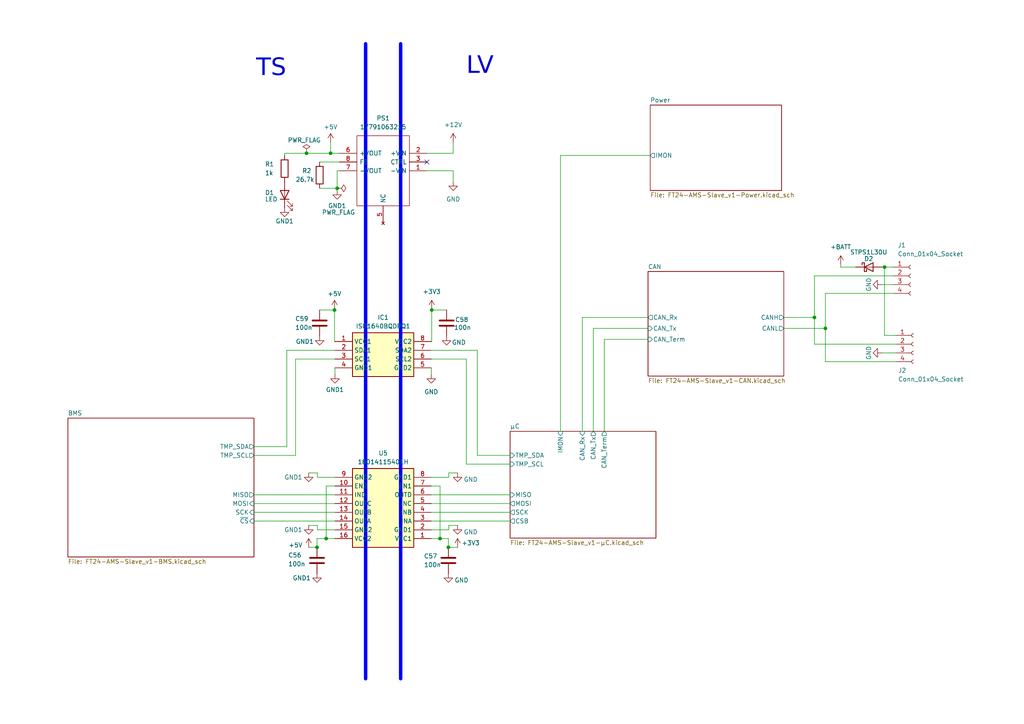
<source format=kicad_sch>
(kicad_sch (version 20230121) (generator eeschema)
  (paper "A4")
  (lib_symbols
    (symbol "18014115401H:18014115401H"
      (property "Reference" "U" (at 0 17.78 0))
      (property "Value" "18014115401H" (at 0 15.24 0))
      (symbol "18014115401H_1_1"
        (rectangle (start -8.89 12.7) (end 8.89 -10.16) (stroke (width 0.254)) (fill (type background)))
        (pin passive line (at -13.97 10.16 0) (length 5.08) (name "VCC1") (number "1"))
        (pin passive line (at 13.97 -5.08 180) (length 5.08) (name "EN2") (number "10"))
        (pin passive line (at 13.97 -2.54 180) (length 5.08) (name "IND") (number "11"))
        (pin passive line (at 13.97 0 180) (length 5.08) (name "OUTC") (number "12"))
        (pin passive line (at 13.97 2.54 180) (length 5.08) (name "OUTB") (number "13"))
        (pin passive line (at 13.97 5.08 180) (length 5.08) (name "OUTA") (number "14"))
        (pin passive line (at 13.97 7.62 180) (length 5.08) (name "GND2") (number "15"))
        (pin passive line (at 13.97 10.16 180) (length 5.08) (name "VCC2") (number "16"))
        (pin passive line (at -13.97 7.62 0) (length 5.08) (name "GND1") (number "2"))
        (pin passive line (at -13.97 5.08 0) (length 5.08) (name "INA") (number "3"))
        (pin passive line (at -13.97 2.54 0) (length 5.08) (name "INB") (number "4"))
        (pin passive line (at -13.97 0 0) (length 5.08) (name "INC") (number "5"))
        (pin passive line (at -13.97 -2.54 0) (length 5.08) (name "OUTD") (number "6"))
        (pin passive line (at -13.97 -5.08 0) (length 5.08) (name "EN1") (number "7"))
        (pin passive line (at -13.97 -7.62 0) (length 5.08) (name "GND1") (number "8"))
        (pin passive line (at 13.97 -7.62 180) (length 5.08) (name "GND2") (number "9"))
      )
    )
    (symbol "Connector:Conn_01x04_Socket" (pin_names (offset 1.016) hide)
      (property "Reference" "J" (at 0 5.08 0))
      (property "Value" "Conn_01x04_Socket" (at 0 -7.62 0))
      (symbol "Conn_01x04_Socket_1_1"
        (arc (start 0 -4.572) (mid -0.5058 -5.08) (end 0 -5.588) (stroke (width 0.1524)))
        (arc (start 0 -2.032) (mid -0.5058 -2.54) (end 0 -3.048) (stroke (width 0.1524)))
        (polyline (pts (xy -1.27 -5.08) (xy -0.508 -5.08)) (stroke (width 0.1524)))
        (polyline (pts (xy -1.27 -2.54) (xy -0.508 -2.54)) (stroke (width 0.1524)))
        (polyline (pts (xy -1.27 0) (xy -0.508 0)) (stroke (width 0.1524)))
        (polyline (pts (xy -1.27 2.54) (xy -0.508 2.54)) (stroke (width 0.1524)))
        (arc (start 0 0.508) (mid -0.5058 0) (end 0 -0.508) (stroke (width 0.1524)))
        (arc (start 0 3.048) (mid -0.5058 2.54) (end 0 2.032) (stroke (width 0.1524)))
        (pin passive line (at -5.08 2.54 0) (length 3.81) (name "Pin_1") (number "1"))
        (pin passive line (at -5.08 0 0) (length 3.81) (name "Pin_2") (number "2"))
        (pin passive line (at -5.08 -2.54 0) (length 3.81) (name "Pin_3") (number "3"))
        (pin passive line (at -5.08 -5.08 0) (length 3.81) (name "Pin_4") (number "4"))
      )
    )
    (symbol "Device:C" (pin_numbers hide) (pin_names (offset 0.254))
      (property "Reference" "C" (at 0.635 2.54 0))
      (property "Value" "C" (at 0.635 -2.54 0))
      (symbol "C_0_1"
        (polyline (pts (xy -2.032 -0.762) (xy 2.032 -0.762)) (stroke (width 0.508)))
        (polyline (pts (xy -2.032 0.762) (xy 2.032 0.762)) (stroke (width 0.508)))
      )
      (symbol "C_1_1"
        (pin passive line (at 0 3.81 270) (length 2.794) (name "~") (number "1"))
        (pin passive line (at 0 -3.81 90) (length 2.794) (name "~") (number "2"))
      )
    )
    (symbol "Device:D_Schottky" (pin_numbers hide) (pin_names (offset 1.016) hide)
      (property "Reference" "D" (at 0 2.54 0))
      (property "Value" "D_Schottky" (at 0 -2.54 0))
      (symbol "D_Schottky_0_1"
        (polyline (pts (xy 1.27 0) (xy -1.27 0)))
        (polyline (pts (xy 1.27 1.27) (xy 1.27 -1.27) (xy -1.27 0) (xy 1.27 1.27)) (stroke (width 0.254)))
        (polyline (pts (xy -1.905 0.635) (xy -1.905 1.27) (xy -1.27 1.27) (xy -1.27 -1.27) (xy -0.635 -1.27) (xy -0.635 -0.635)) (stroke (width 0.254)))
      )
      (symbol "D_Schottky_1_1"
        (pin passive line (at -3.81 0 0) (length 2.54) (name "K") (number "1"))
        (pin passive line (at 3.81 0 180) (length 2.54) (name "A") (number "2"))
      )
    )
    (symbol "Device:R" (pin_numbers hide) (pin_names (offset 0))
      (property "Reference" "R" (at 2.032 0 90))
      (property "Value" "R" (at 0 0 90))
      (symbol "R_0_1"
        (rectangle (start -1.016 -2.54) (end 1.016 2.54) (stroke (width 0.254)))
      )
      (symbol "R_1_1"
        (pin passive line (at 0 3.81 270) (length 1.27) (name "~") (number "1"))
        (pin passive line (at 0 -3.81 90) (length 1.27) (name "~") (number "2"))
      )
    )
    (symbol "FaSTTUBe_LEDs:0603_red" (pin_numbers hide) (pin_names (offset 1.016) hide)
      (property "Reference" "D" (at 0 2.54 0))
      (property "Value" "0603_red" (at 0 -3.81 0))
      (symbol "0603_red_0_1"
        (polyline (pts (xy -1.27 -1.27) (xy -1.27 1.27)) (stroke (width 0.254)))
        (polyline (pts (xy -1.27 0) (xy 1.27 0)))
        (polyline (pts (xy 1.27 -1.27) (xy 1.27 1.27) (xy -1.27 0) (xy 1.27 -1.27)) (stroke (width 0.254)))
        (polyline (pts (xy -3.048 -0.762) (xy -4.572 -2.286) (xy -3.81 -2.286) (xy -4.572 -2.286) (xy -4.572 -1.524)))
        (polyline (pts (xy -1.778 -0.762) (xy -3.302 -2.286) (xy -2.54 -2.286) (xy -3.302 -2.286) (xy -3.302 -1.524)))
      )
      (symbol "0603_red_1_1"
        (pin passive line (at -3.81 0 0) (length 2.54) (name "K") (number "1"))
        (pin passive line (at 3.81 0 180) (length 2.54) (name "A") (number "2"))
      )
    )
    (symbol "ISO1640BQDRQ1:ISO1640BQDRQ1"
      (property "Reference" "IC" (at 24.13 7.62 0))
      (property "Value" "ISO1640BQDRQ1" (at 24.13 5.08 0))
      (symbol "ISO1640BQDRQ1_1_1"
        (rectangle (start 5.08 2.54) (end 22.86 -10.16) (stroke (width 0.254)) (fill (type background)))
        (pin passive line (at 0 0 0) (length 5.08) (name "VCC1") (number "1"))
        (pin passive line (at 0 -2.54 0) (length 5.08) (name "SDA1") (number "2"))
        (pin passive line (at 0 -5.08 0) (length 5.08) (name "SCL1") (number "3"))
        (pin passive line (at 0 -7.62 0) (length 5.08) (name "GND1") (number "4"))
        (pin passive line (at 27.94 -7.62 180) (length 5.08) (name "GND2") (number "5"))
        (pin passive line (at 27.94 -5.08 180) (length 5.08) (name "SCL2") (number "6"))
        (pin passive line (at 27.94 -2.54 180) (length 5.08) (name "SDA2") (number "7"))
        (pin passive line (at 27.94 0 180) (length 5.08) (name "VCC2") (number "8"))
      )
    )
    (symbol "SamacSys_Parts:17791063215" (pin_names (offset 0.762))
      (property "Reference" "PS1" (at 12.7 7.62 0))
      (property "Value" "17791063215" (at 12.7 5.08 0))
      (symbol "17791063215_0_0"
        (pin passive line (at 0 -7.62 0) (length 5.08) (name "-VIN") (number "1"))
        (pin passive line (at 0 -2.54 0) (length 5.08) (name "+VIN") (number "2"))
        (pin passive line (at 0 -5.08 0) (length 5.08) (name "CTRL") (number "3"))
        (pin no_connect line (at 12.7 -22.86 90) (length 5.08) (name "NC") (number "5"))
        (pin passive line (at 25.4 -2.54 180) (length 5.08) (name "+VOUT") (number "6"))
        (pin passive line (at 25.4 -7.62 180) (length 5.08) (name "-VOUT") (number "7"))
        (pin passive line (at 25.4 -5.08 180) (length 5.08) (name "FB") (number "8"))
      )
      (symbol "17791063215_0_1"
        (polyline (pts (xy 5.08 2.54) (xy 20.32 2.54) (xy 20.32 -17.78) (xy 5.08 -17.78) (xy 5.08 2.54)) (stroke (width 0.1524)))
      )
    )
    (symbol "power:+12V" (power) (pin_names (offset 0))
      (property "Value" "+12V" (at 0 3.556 0))
      (symbol "+12V_0_1"
        (polyline (pts (xy -0.762 1.27) (xy 0 2.54)))
        (polyline (pts (xy 0 0) (xy 0 2.54)))
        (polyline (pts (xy 0 2.54) (xy 0.762 1.27)))
      )
      (symbol "+12V_1_1"
        (pin power_in line (at 0 0 90) (length 0) hide (name "+12V") (number "1"))
      )
    )
    (symbol "power:+3V3" (power) (pin_names (offset 0))
      (property "Value" "+3V3" (at 0 3.556 0))
      (symbol "+3V3_0_1"
        (polyline (pts (xy -0.762 1.27) (xy 0 2.54)))
        (polyline (pts (xy 0 0) (xy 0 2.54)))
        (polyline (pts (xy 0 2.54) (xy 0.762 1.27)))
      )
      (symbol "+3V3_1_1"
        (pin power_in line (at 0 0 90) (length 0) hide (name "+3V3") (number "1"))
      )
    )
    (symbol "power:+5V" (power) (pin_names (offset 0))
      (property "Value" "+5V" (at 0 3.556 0))
      (symbol "+5V_0_1"
        (polyline (pts (xy -0.762 1.27) (xy 0 2.54)))
        (polyline (pts (xy 0 0) (xy 0 2.54)))
        (polyline (pts (xy 0 2.54) (xy 0.762 1.27)))
      )
      (symbol "+5V_1_1"
        (pin power_in line (at 0 0 90) (length 0) hide (name "+5V") (number "1"))
      )
    )
    (symbol "power:+BATT" (power) (pin_names (offset 0))
      (property "Value" "+BATT" (at 0 3.556 0))
      (symbol "+BATT_0_1"
        (polyline (pts (xy -0.762 1.27) (xy 0 2.54)))
        (polyline (pts (xy 0 0) (xy 0 2.54)))
        (polyline (pts (xy 0 2.54) (xy 0.762 1.27)))
      )
      (symbol "+BATT_1_1"
        (pin power_in line (at 0 0 90) (length 0) hide (name "+BATT") (number "1"))
      )
    )
    (symbol "power:GND" (power) (pin_names (offset 0))
      (property "Value" "GND" (at 0 -3.81 0))
      (symbol "GND_0_1"
        (polyline (pts (xy 0 0) (xy 0 -1.27) (xy 1.27 -1.27) (xy 0 -2.54) (xy -1.27 -1.27) (xy 0 -1.27)))
      )
      (symbol "GND_1_1"
        (pin power_in line (at 0 0 270) (length 0) hide (name "GND") (number "1"))
      )
    )
    (symbol "power:GND1" (power) (pin_names (offset 0))
      (property "Value" "GND1" (at 0 -3.81 0))
      (symbol "GND1_0_1"
        (polyline (pts (xy 0 0) (xy 0 -1.27) (xy 1.27 -1.27) (xy 0 -2.54) (xy -1.27 -1.27) (xy 0 -1.27)))
      )
      (symbol "GND1_1_1"
        (pin power_in line (at 0 0 270) (length 0) hide (name "GND1") (number "1"))
      )
    )
    (symbol "power:PWR_FLAG" (power) (pin_numbers hide) (pin_names (offset 0) hide)
      (property "Value" "PWR_FLAG" (at 0 3.81 0))
      (symbol "PWR_FLAG_0_0"
        (pin power_out line (at 0 0 90) (length 0) (name "pwr") (number "1"))
      )
      (symbol "PWR_FLAG_0_1"
        (polyline (pts (xy 0 0) (xy 0 1.27) (xy -1.016 1.905) (xy 0 2.54) (xy 1.016 1.905) (xy 0 1.27)))
      )
    )
  )
  (junction (at 236.22 92.075))
  (junction (at 127.635 156.21))
  (junction (at 97.028 89.916))
  (junction (at 130.048 158.75))
  (junction (at 256.54 77.47))
  (junction (at 97.79 54.61))
  (junction (at 91.948 158.75))
  (junction (at 125.222 89.916))
  (junction (at 239.395 95.25))
  (junction (at 95.885 44.45))
  (junction (at 88.9 44.45))
  (junction (at 94.615 156.21))
  (no_connect (at 123.825 46.99))
  (wire (pts (xy 98.425 46.99) (xy 92.71 46.99)))
  (wire (pts (xy 89.535 158.75) (xy 91.948 158.75)))
  (wire (pts (xy 125.222 89.916) (xy 125.222 99.06)))
  (wire (pts (xy 88.9 44.45) (xy 95.885 44.45)))
  (wire (pts (xy 92.075 138.43) (xy 97.155 138.43)))
  (wire (pts (xy 236.22 92.075) (xy 236.22 99.822)))
  (wire (pts (xy 92.71 54.61) (xy 97.79 54.61)))
  (wire (pts (xy 259.08 82.55) (xy 255.778 82.55)))
  (wire (pts (xy 97.79 54.61) (xy 97.79 55.245)))
  (wire (pts (xy 125.095 148.59) (xy 147.955 148.59)))
  (wire (pts (xy 135.255 104.14) (xy 135.255 134.62)))
  (wire (pts (xy 125.095 108.585) (xy 125.095 106.68)))
  (wire (pts (xy 125.095 143.51) (xy 147.955 143.51)))
  (wire (pts (xy 256.54 77.47) (xy 259.08 77.47)))
  (wire (pts (xy 125.222 89.662) (xy 125.222 89.916)))
  (wire (pts (xy 131.445 41.275) (xy 131.445 44.45)))
  (wire (pts (xy 73.66 132.08) (xy 85.725 132.08)))
  (wire (pts (xy 82.55 45.085) (xy 82.55 44.45)))
  (wire (pts (xy 95.885 44.45) (xy 98.425 44.45)))
  (wire (pts (xy 243.84 76.708) (xy 243.84 77.47)))
  (wire (pts (xy 227.33 92.075) (xy 236.22 92.075)))
  (wire (pts (xy 91.948 156.21) (xy 91.948 158.75)))
  (wire (pts (xy 172.085 125.095) (xy 172.085 95.25)))
  (wire (pts (xy 123.825 49.53) (xy 131.445 49.53)))
  (wire (pts (xy 138.43 101.6) (xy 138.43 132.08)))
  (wire (pts (xy 83.185 101.6) (xy 97.155 101.6)))
  (wire (pts (xy 73.66 148.59) (xy 97.155 148.59)))
  (wire (pts (xy 175.26 98.425) (xy 187.96 98.425)))
  (wire (pts (xy 138.43 132.08) (xy 147.955 132.08)))
  (wire (pts (xy 92.075 152.4) (xy 92.075 153.67)))
  (wire (pts (xy 188.595 45.085) (xy 162.56 45.085)))
  (wire (pts (xy 83.185 129.54) (xy 83.185 101.6)))
  (wire (pts (xy 123.825 44.45) (xy 131.445 44.45)))
  (wire (pts (xy 127.635 156.21) (xy 130.048 156.21)))
  (wire (pts (xy 73.66 151.13) (xy 97.155 151.13)))
  (wire (pts (xy 175.26 125.095) (xy 175.26 98.425)))
  (wire (pts (xy 125.095 104.14) (xy 135.255 104.14)))
  (wire (pts (xy 162.56 45.085) (xy 162.56 125.095)))
  (wire (pts (xy 97.028 89.916) (xy 97.028 99.06)))
  (wire (pts (xy 172.085 95.25) (xy 187.96 95.25)))
  (wire (pts (xy 92.075 153.67) (xy 97.155 153.67)))
  (wire (pts (xy 130.048 158.75) (xy 132.715 158.75)))
  (wire (pts (xy 239.395 85.09) (xy 239.395 95.25)))
  (wire (pts (xy 132.715 152.4) (xy 130.175 152.4)))
  (wire (pts (xy 256.54 97.282) (xy 259.842 97.282)))
  (wire (pts (xy 130.175 152.4) (xy 130.175 153.67)))
  (wire (pts (xy 255.778 77.47) (xy 256.54 77.47)))
  (wire (pts (xy 97.79 49.53) (xy 97.79 54.61)))
  (wire (pts (xy 187.96 92.075) (xy 168.91 92.075)))
  (wire (pts (xy 236.22 80.01) (xy 236.22 92.075)))
  (wire (pts (xy 125.095 151.13) (xy 147.955 151.13)))
  (wire (pts (xy 239.395 104.902) (xy 259.842 104.902)))
  (wire (pts (xy 127.635 140.97) (xy 127.635 156.21)))
  (wire (pts (xy 256.54 77.47) (xy 256.54 97.282)))
  (wire (pts (xy 243.84 77.47) (xy 248.158 77.47)))
  (wire (pts (xy 125.095 153.67) (xy 130.175 153.67)))
  (polyline (pts (xy 106.045 12.7) (xy 106.045 196.85)) (stroke (width 1) (type solid) (color 0 0 255 0.36)))
  (wire (pts (xy 92.075 137.16) (xy 92.075 138.43)))
  (wire (pts (xy 125.095 156.21) (xy 127.635 156.21)))
  (wire (pts (xy 125.095 146.05) (xy 147.955 146.05)))
  (wire (pts (xy 85.725 132.08) (xy 85.725 104.14)))
  (wire (pts (xy 95.885 41.275) (xy 95.885 44.45)))
  (wire (pts (xy 168.91 92.075) (xy 168.91 125.095)))
  (polyline (pts (xy 116.205 12.7) (xy 116.205 196.85)) (stroke (width 1) (color 0 0 255 0.36)))
  (wire (pts (xy 125.095 140.97) (xy 127.635 140.97)))
  (wire (pts (xy 97.155 108.585) (xy 97.155 106.68)))
  (wire (pts (xy 85.725 104.14) (xy 97.155 104.14)))
  (wire (pts (xy 82.55 44.45) (xy 88.9 44.45)))
  (wire (pts (xy 94.615 140.97) (xy 94.615 156.21)))
  (wire (pts (xy 73.66 146.05) (xy 97.155 146.05)))
  (wire (pts (xy 97.028 99.06) (xy 97.155 99.06)))
  (wire (pts (xy 129.54 89.916) (xy 125.222 89.916)))
  (wire (pts (xy 130.048 156.21) (xy 130.048 158.75)))
  (wire (pts (xy 135.255 134.62) (xy 147.955 134.62)))
  (wire (pts (xy 97.028 89.662) (xy 97.028 89.916)))
  (wire (pts (xy 125.095 138.43) (xy 130.175 138.43)))
  (wire (pts (xy 125.095 101.6) (xy 138.43 101.6)))
  (wire (pts (xy 227.33 95.25) (xy 239.395 95.25)))
  (wire (pts (xy 92.71 89.916) (xy 97.028 89.916)))
  (wire (pts (xy 97.155 140.97) (xy 94.615 140.97)))
  (wire (pts (xy 73.66 129.54) (xy 83.185 129.54)))
  (wire (pts (xy 73.66 143.51) (xy 97.155 143.51)))
  (wire (pts (xy 239.395 85.09) (xy 259.08 85.09)))
  (wire (pts (xy 131.445 49.53) (xy 131.445 52.705)))
  (wire (pts (xy 89.535 137.16) (xy 92.075 137.16)))
  (wire (pts (xy 255.778 102.362) (xy 259.842 102.362)))
  (wire (pts (xy 98.425 49.53) (xy 97.79 49.53)))
  (wire (pts (xy 239.395 95.25) (xy 239.395 104.902)))
  (wire (pts (xy 130.175 137.16) (xy 130.175 138.43)))
  (wire (pts (xy 132.715 137.16) (xy 130.175 137.16)))
  (wire (pts (xy 236.22 80.01) (xy 259.08 80.01)))
  (wire (pts (xy 97.155 156.21) (xy 94.615 156.21)))
  (wire (pts (xy 89.535 152.4) (xy 92.075 152.4)))
  (wire (pts (xy 125.222 99.06) (xy 125.095 99.06)))
  (wire (pts (xy 94.615 156.21) (xy 91.948 156.21)))
  (wire (pts (xy 236.22 99.822) (xy 259.842 99.822)))
  (text "LV" (at 135.255 23.495 0) (effects (font (size 5 5)) (justify left bottom)))
  (text "TS" (at 74.295 24.13 0) (effects (font (size 5 5)) (justify left bottom)))
  (text "- Die Overvoltage Threshold der E-Fuse würde ich auf ~15V setzten. \n  Etwas mehr als 14 könnte bei einer vollgeladenen Batterie durchaus \n  mal vorkommen" (at 7.62 217.17 0) (effects (font (size 1.27 1.27)) (justify left bottom)))
  (symbol (lib_id "power:+5V") (at 95.885 41.275 0) (unit 1)
    (property "Reference" "#PWR05" (effects hide))
    (property "Value" "+5V" (at 95.885 36.83 0))
  )
  (symbol (lib_id "power:GND") (at 125.095 108.585 0) (unit 1)
    (property "Reference" "#PWR010" (effects hide))
    (property "Value" "GND" (at 125.095 113.665 0))
  )
  (symbol (lib_id "Device:D_Schottky") (at 251.968 77.47 0) (unit 1)
    (property "Reference" "D2" (at 251.968 75.057 0))
    (property "Value" "STPS1L30U" (at 251.968 73.152 0))
    (property "Footprint" "Slave:DIOM5436X265N" (effects hide))
  )
  (symbol (lib_id "power:GND1") (at 92.71 97.536 0) (unit 1)
    (property "Reference" "#PWR075" (effects hide))
    (property "Value" "GND1" (at 88.392 99.06 0))
  )
  (symbol (lib_id "Connector:Conn_01x04_Socket") (at 264.16 80.01 0) (unit 1)
    (property "Reference" "J1" (at 260.35 71.12 0) (effects (justify left)))
    (property "Value" "Conn_01x04_Socket" (at 260.35 73.66 0) (effects (justify left)))
    (property "Footprint" "Slave:CONN4_3-794638-4_TEC" (effects hide))
  )
  (symbol (lib_id "power:GND") (at 131.445 52.705 0) (unit 1)
    (property "Reference" "#PWR014" (effects hide))
    (property "Value" "GND" (at 131.445 57.785 0))
  )
  (symbol (lib_id "power:GND") (at 132.715 137.16 0) (unit 1)
    (property "Reference" "#PWR015" (effects hide))
    (property "Value" "GND" (at 136.525 139.065 0))
  )
  (symbol (lib_id "power:+3V3") (at 125.222 89.662 0) (unit 1)
    (property "Reference" "#PWR09" (effects hide))
    (property "Value" "+3V3" (at 125.222 84.582 0))
  )
  (symbol (lib_id "Device:C") (at 130.048 162.56 0) (unit 1)
    (property "Reference" "C57" (at 122.936 161.29 0) (effects (justify left)))
    (property "Value" "100n" (at 122.936 163.83 0) (effects (justify left)))
    (property "Footprint" "Capacitor_SMD:C_0603_1608Metric" (effects hide))
  )
  (symbol (lib_id "Device:C") (at 91.948 162.56 0) (unit 1)
    (property "Reference" "C56" (at 83.566 161.036 0) (effects (justify left)))
    (property "Value" "100n" (at 83.566 163.576 0) (effects (justify left)))
    (property "Footprint" "Capacitor_SMD:C_0603_1608Metric" (effects hide))
  )
  (symbol (lib_id "power:GND1") (at 97.79 55.245 0) (unit 1)
    (property "Reference" "#PWR08" (effects hide))
    (property "Value" "GND1" (at 97.79 59.69 0))
  )
  (symbol (lib_id "power:GND1") (at 89.535 152.4 0) (unit 1)
    (property "Reference" "#PWR063" (effects hide))
    (property "Value" "GND1" (at 85.09 153.67 0))
  )
  (symbol (lib_id "power:GND1") (at 89.535 137.16 0) (unit 1)
    (property "Reference" "#PWR02" (effects hide))
    (property "Value" "GND1" (at 85.09 138.43 0))
  )
  (symbol (lib_id "power:PWR_FLAG") (at 88.9 44.45 0) (unit 1)
    (property "Reference" "#FLG01" (effects hide))
    (property "Value" "PWR_FLAG" (at 88.265 40.64 0))
  )
  (symbol (lib_id "power:GND") (at 255.778 82.55 270) (unit 1)
    (property "Reference" "#PWR077" (effects hide))
    (property "Value" "GND" (at 251.968 82.55 0))
  )
  (symbol (lib_id "SamacSys_Parts:17791063215") (at 123.825 41.91 0) (mirror y) (unit 1)
    (property "Reference" "PS1" (at 111.125 34.29 0))
    (property "Value" "17791063215" (at 111.125 36.83 0))
    (property "Footprint" "Slave:17791063215" (effects hide))
    (property "Datasheet" "https://www.mouser.de/datasheet/2/445/17791063215-1715724.pdf" (effects hide))
    (property "Description" "Switching Voltage Regulators VISM 2kVReg 8-42VInp 1W SIP-8 3.3-6V Outp" (effects hide))
    (property "Height" "11.6" (effects hide))
    (property "Mouser Part Number" "710-17791063215" (effects hide))
    (property "Mouser Price/Stock" "https://www.mouser.co.uk/ProductDetail/Wurth-Elektronik/17791063215?qs=vLWxofP3U2xkPONd0ILDhA%3D%3D" (effects hide))
    (property "Manufacturer_Name" "Wurth Elektronik" (effects hide))
    (property "Manufacturer_Part_Number" "17791063215" (effects hide))
  )
  (symbol (lib_id "Device:C") (at 129.54 93.726 180) (unit 1)
    (property "Reference" "C58" (at 135.89 92.71 0) (effects (justify left)))
    (property "Value" "100n" (at 136.652 94.996 0) (effects (justify left)))
    (property "Footprint" "Capacitor_SMD:C_0603_1608Metric" (effects hide))
  )
  (symbol (lib_id "power:+5V") (at 89.535 158.75 0) (unit 1)
    (property "Reference" "#PWR03" (effects hide))
    (property "Value" "+5V" (at 85.725 158.115 0))
  )
  (symbol (lib_id "ISO1640BQDRQ1:ISO1640BQDRQ1") (at 97.155 99.06 0) (unit 1)
    (property "Reference" "IC1" (at 111.125 92.075 0))
    (property "Value" "ISO1640BQDRQ1" (at 111.125 94.615 0))
    (property "Footprint" "Slave:SOIC127P600X175-8N" (effects hide))
    (property "Datasheet" "https://www.ti.com/lit/ds/symlink/iso1640.pdf" (effects hide))
    (property "Height" "1.75" (effects hide))
    (property "Mouser Part Number" "595-ISO1640BQDRQ1" (effects hide))
    (property "Mouser Price/Stock" "https://www.mouser.co.uk/ProductDetail/Texas-Instruments/ISO1640BQDRQ1?qs=QNEnbhJQKvat3Z1mRPODGw%3D%3D" (effects hide))
    (property "Manufacturer_Name" "Texas Instruments" (effects hide))
    (property "Manufacturer_Part_Number" "ISO1640BQDRQ1" (effects hide))
  )
  (symbol (lib_id "power:GND") (at 255.778 102.362 270) (unit 1)
    (property "Reference" "#PWR078" (effects hide))
    (property "Value" "GND" (at 251.968 102.362 0))
  )
  (symbol (lib_id "Device:R") (at 82.55 48.895 0) (unit 1)
    (property "Reference" "R1" (at 76.835 47.625 0) (effects (justify left)))
    (property "Value" "1k" (at 76.835 50.165 0) (effects (justify left)))
    (property "Footprint" "Resistor_SMD:R_0603_1608Metric" (effects hide))
  )
  (symbol (lib_id "power:GND") (at 129.54 97.536 0) (unit 1)
    (property "Reference" "#PWR074" (effects hide))
    (property "Value" "GND" (at 133.096 99.314 0))
  )
  (symbol (lib_id "power:+3V3") (at 132.715 158.75 0) (unit 1)
    (property "Reference" "#PWR011" (effects hide))
    (property "Value" "+3V3" (at 136.525 157.48 0))
  )
  (symbol (lib_id "power:GND") (at 130.048 166.37 0) (unit 1)
    (property "Reference" "#PWR073" (effects hide))
    (property "Value" "GND" (at 133.858 168.275 0))
  )
  (symbol (lib_id "power:GND") (at 132.715 152.4 0) (unit 1)
    (property "Reference" "#PWR012" (effects hide))
    (property "Value" "GND" (at 136.525 154.305 0))
  )
  (symbol (lib_id "Connector:Conn_01x04_Socket") (at 264.922 99.822 0) (unit 1)
    (property "Reference" "J2" (at 260.477 107.442 0) (effects (justify left)))
    (property "Value" "Conn_01x04_Socket" (at 260.477 109.982 0) (effects (justify left)))
    (property "Footprint" "Slave:CONN4_3-794638-4_TEC" (effects hide))
  )
  (symbol (lib_id "power:PWR_FLAG") (at 97.79 54.61 270) (unit 1)
    (property "Reference" "#FLG06" (effects hide))
    (property "Value" "PWR_FLAG" (at 93.345 61.595 90) (effects (justify left)))
  )
  (symbol (lib_id "power:GND1") (at 91.948 166.37 0) (unit 1)
    (property "Reference" "#PWR072" (effects hide))
    (property "Value" "GND1" (at 87.503 167.64 0))
  )
  (symbol (lib_id "power:+BATT") (at 243.84 76.708 0) (unit 1)
    (property "Reference" "#PWR017" (effects hide))
    (property "Value" "+BATT" (at 243.84 71.628 0))
  )
  (symbol (lib_id "power:GND1") (at 97.155 108.585 0) (unit 1)
    (property "Reference" "#PWR07" (effects hide))
    (property "Value" "GND1" (at 97.155 113.03 0))
  )
  (symbol (lib_id "Device:C") (at 92.71 93.726 0) (unit 1)
    (property "Reference" "C59" (at 85.598 92.456 0) (effects (justify left)))
    (property "Value" "100n" (at 85.598 94.996 0) (effects (justify left)))
    (property "Footprint" "Capacitor_SMD:C_0603_1608Metric" (effects hide))
  )
  (symbol (lib_id "18014115401H:18014115401H") (at 111.125 146.05 180) (unit 1)
    (property "Reference" "U5" (at 111.125 131.445 0))
    (property "Value" "18014115401H" (at 111.125 133.985 0))
    (property "Footprint" "Package_SO:SOIC-16W_7.5x10.3mm_P1.27mm" (effects hide))
  )
  (symbol (lib_id "power:+12V") (at 131.445 41.275 0) (unit 1)
    (property "Reference" "#PWR013" (effects hide))
    (property "Value" "+12V" (at 131.445 36.195 0))
  )
  (symbol (lib_id "power:+5V") (at 97.028 89.662 0) (mirror y) (unit 1)
    (property "Reference" "#PWR06" (effects hide))
    (property "Value" "+5V" (at 97.028 85.217 0))
  )
  (symbol (lib_id "power:GND1") (at 82.55 60.325 0) (unit 1)
    (property "Reference" "#PWR01" (effects hide))
    (property "Value" "GND1" (at 82.55 64.135 0))
  )
  (symbol (lib_id "Device:R") (at 92.71 50.8 0) (unit 1)
    (property "Reference" "R2" (at 87.63 49.53 0) (effects (justify left)))
    (property "Value" "26.7k" (at 85.725 52.07 0) (effects (justify left)))
    (property "Footprint" "Resistor_SMD:R_0603_1608Metric" (effects hide))
  )
  (symbol (lib_id "FaSTTUBe_LEDs:0603_red") (at 82.55 56.515 90) (unit 1)
    (property "Reference" "D1" (at 76.835 55.88 90) (effects (justify right)))
    (property "Value" "LED" (at 76.835 57.785 90) (effects (justify right)))
    (property "Footprint" "LED_SMD:LED_0603_1608Metric" (effects hide))
  )
  (sheet (at 19.685 121.285) (size 53.975 40.259) (stroke (width 0.1524))
    (property "Sheetname" "BMS" (at 19.685 120.5734 0) (effects (justify left bottom)))
    (property "Sheetfile" "FT24-AMS-Slave_v1-BMS.kicad_sch" (at 19.685 162.1286 0) (effects (justify left top)))
    (pin "TMP_SCL" output (at 73.66 132.08 0))
    (pin "TMP_SDA" output (at 73.66 129.54 0))
    (pin "MISO" output (at 73.66 143.51 0))
    (pin "MOSI" input (at 73.66 146.05 0))
    (pin "SCK" input (at 73.66 148.59 0))
    (pin "~{CS}" input (at 73.66 151.13 0))
  )
  (sheet (at 187.96 78.74) (size 39.37 30.353) (stroke (width 0.1524))
    (property "Sheetname" "CAN" (at 187.96 78.105 0) (effects (justify left bottom)))
    (property "Sheetfile" "FT24-AMS-Slave_v1-CAN.kicad_sch" (at 187.96 109.6776 0) (effects (justify left top)))
    (pin "CAN_Rx" output (at 187.96 92.075 180))
    (pin "CAN_Tx" input (at 187.96 95.25 180))
    (pin "CANL" output (at 227.33 95.25 0))
    (pin "CANH" output (at 227.33 92.075 0))
    (pin "CAN_Term" input (at 187.96 98.425 180))
  )
  (sheet (at 188.595 30.48) (size 38.1 24.765) (stroke (width 0.1524))
    (property "Sheetname" "Power" (at 188.595 29.7684 0) (effects (justify left bottom)))
    (property "Sheetfile" "FT24-AMS-Slave_v1-Power.kicad_sch" (at 188.595 55.8296 0) (effects (justify left top)))
    (pin "IMON" output (at 188.595 45.085 180))
  )
  (sheet (at 147.955 125.095) (size 42.291 30.988) (stroke (width 0.1524))
    (property "Sheetname" "µC" (at 147.955 124.3834 0) (effects (justify left bottom)))
    (property "Sheetfile" "FT24-AMS-Slave_v1-µC.kicad_sch" (at 147.955 156.6676 0) (effects (justify left top)))
    (pin "CAN_Tx" output (at 172.085 125.095 90))
    (pin "CAN_Rx" input (at 168.91 125.095 90))
    (pin "SCK" output (at 147.955 148.59 180))
    (pin "MISO" input (at 147.955 143.51 180))
    (pin "MOSI" output (at 147.955 146.05 180))
    (pin "TMP_SDA" input (at 147.955 132.08 180))
    (pin "TMP_SCL" input (at 147.955 134.62 180))
    (pin "CSB" output (at 147.955 151.13 180))
    (pin "CAN_Term" output (at 175.26 125.095 90))
    (pin "IMON" input (at 162.56 125.095 90))
  )
)
</source>
